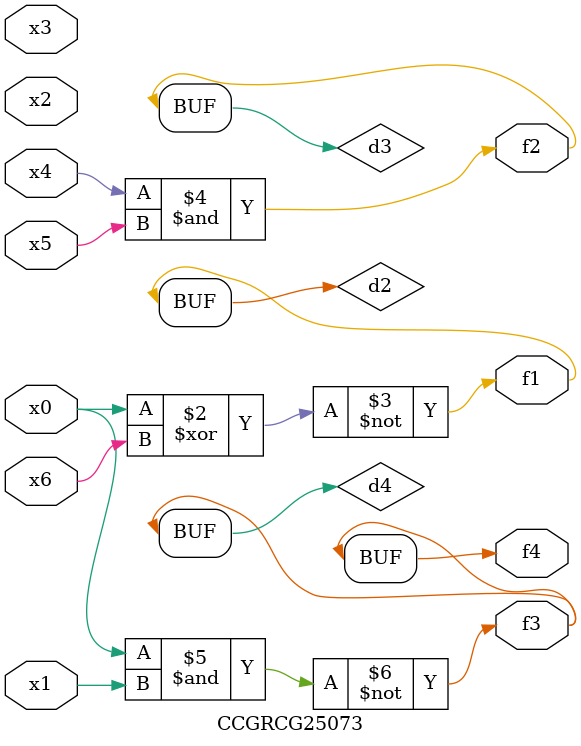
<source format=v>
module CCGRCG25073(
	input x0, x1, x2, x3, x4, x5, x6,
	output f1, f2, f3, f4
);

	wire d1, d2, d3, d4;

	nor (d1, x0);
	xnor (d2, x0, x6);
	and (d3, x4, x5);
	nand (d4, x0, x1);
	assign f1 = d2;
	assign f2 = d3;
	assign f3 = d4;
	assign f4 = d4;
endmodule

</source>
